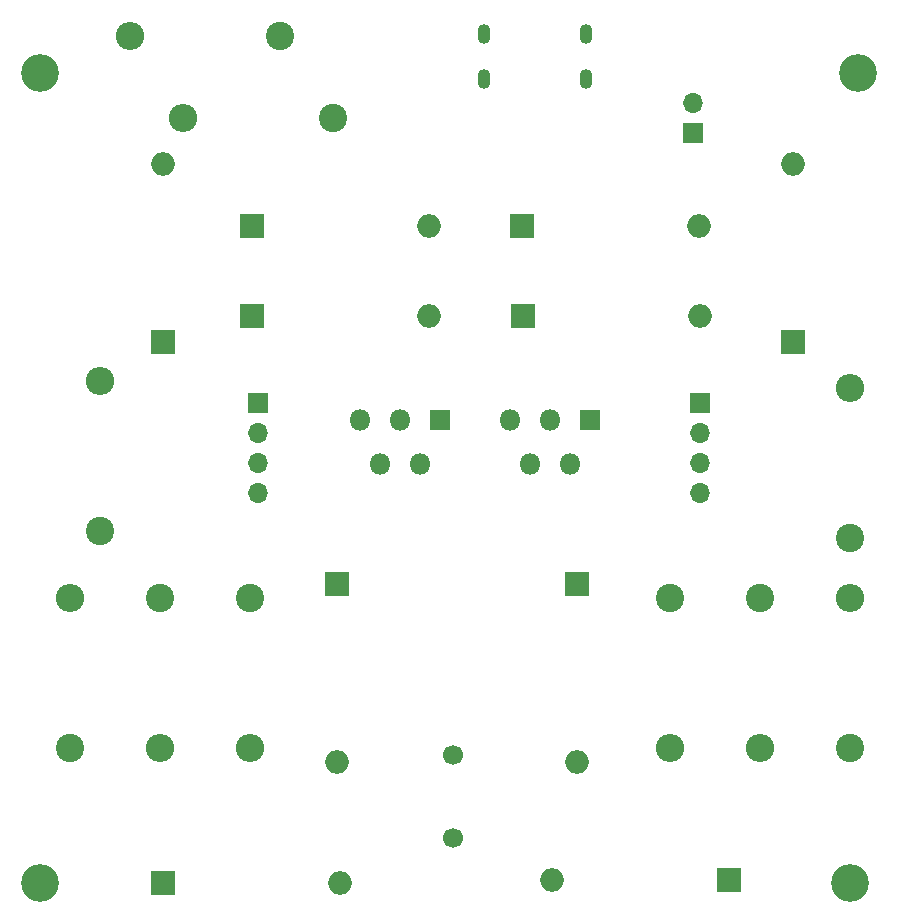
<source format=gbr>
%TF.GenerationSoftware,KiCad,Pcbnew,7.0.11-2.fc39*%
%TF.CreationDate,2024-04-27T19:47:06+02:00*%
%TF.ProjectId,tda2050-devboard,74646132-3035-4302-9d64-6576626f6172,rev?*%
%TF.SameCoordinates,Original*%
%TF.FileFunction,Soldermask,Bot*%
%TF.FilePolarity,Negative*%
%FSLAX46Y46*%
G04 Gerber Fmt 4.6, Leading zero omitted, Abs format (unit mm)*
G04 Created by KiCad (PCBNEW 7.0.11-2.fc39) date 2024-04-27 19:47:06*
%MOMM*%
%LPD*%
G01*
G04 APERTURE LIST*
%ADD10O,1.100000X1.700000*%
%ADD11C,3.200000*%
%ADD12O,1.800000X1.800000*%
%ADD13R,1.800000X1.800000*%
%ADD14C,2.400000*%
%ADD15O,2.400000X2.400000*%
%ADD16C,1.700000*%
%ADD17R,1.700000X1.700000*%
%ADD18O,1.700000X1.700000*%
%ADD19O,2.000000X2.000000*%
%ADD20R,2.000000X2.000000*%
G04 APERTURE END LIST*
D10*
%TO.C,J5*%
X162435000Y-65865000D03*
X162435000Y-62065000D03*
X153795000Y-65865000D03*
X153795000Y-62065000D03*
%TD*%
D11*
%TO.C,H4*%
X184785000Y-133985000D03*
%TD*%
%TO.C,H3*%
X185420000Y-65405000D03*
%TD*%
%TO.C,H2*%
X116205000Y-65405000D03*
%TD*%
%TO.C,H1*%
X116205000Y-133985000D03*
%TD*%
D12*
%TO.C,U2*%
X155985000Y-94775000D03*
X157685000Y-98475000D03*
X159385000Y-94775000D03*
X161085000Y-98475000D03*
D13*
X162785000Y-94775000D03*
%TD*%
D12*
%TO.C,U1*%
X143285000Y-94775000D03*
X144985000Y-98475000D03*
X146685000Y-94775000D03*
X148385000Y-98475000D03*
D13*
X150085000Y-94775000D03*
%TD*%
D14*
%TO.C,R10-22k*%
X140970000Y-69215000D03*
D15*
X128270000Y-69215000D03*
%TD*%
D14*
%TO.C,R9-22k*%
X136525000Y-62230000D03*
D15*
X123825000Y-62230000D03*
%TD*%
D14*
%TO.C,R8-2.2*%
X184785000Y-104775000D03*
D15*
X184785000Y-92075000D03*
%TD*%
%TO.C,R7-22k*%
X184785000Y-109855000D03*
D14*
X184785000Y-122555000D03*
%TD*%
D15*
%TO.C,R6-680*%
X177165000Y-122555000D03*
D14*
X177165000Y-109855000D03*
%TD*%
D15*
%TO.C,R5-22k*%
X169545000Y-122555000D03*
D14*
X169545000Y-109855000D03*
%TD*%
%TO.C,R4-22k*%
X133985000Y-109855000D03*
D15*
X133985000Y-122555000D03*
%TD*%
D14*
%TO.C,R3-680*%
X126365000Y-109855000D03*
D15*
X126365000Y-122555000D03*
%TD*%
%TO.C,R2-22k*%
X118745000Y-109855000D03*
D14*
X118745000Y-122555000D03*
%TD*%
%TO.C,R1-2.2*%
X121285000Y-104140000D03*
D15*
X121285000Y-91440000D03*
%TD*%
D16*
%TO.C,J4*%
X151130000Y-130135000D03*
X151130000Y-123135000D03*
%TD*%
D17*
%TO.C,J3*%
X172085000Y-93345000D03*
D18*
X172085000Y-95885000D03*
X172085000Y-98425000D03*
X172085000Y-100965000D03*
%TD*%
%TO.C,J2*%
X171450000Y-67945000D03*
D17*
X171450000Y-70485000D03*
%TD*%
%TO.C,J1*%
X134620000Y-93345000D03*
D18*
X134620000Y-95885000D03*
X134620000Y-98425000D03*
X134620000Y-100965000D03*
%TD*%
D19*
%TO.C,C14-0.47u*%
X179947500Y-73145000D03*
D20*
X179947500Y-88145000D03*
%TD*%
D19*
%TO.C,C9-22u*%
X159505000Y-133742500D03*
D20*
X174505000Y-133742500D03*
%TD*%
%TO.C,C8-100n*%
X134105000Y-85967500D03*
D19*
X149105000Y-85967500D03*
%TD*%
%TO.C,C7-0.47u*%
X126607500Y-73145000D03*
D20*
X126607500Y-88145000D03*
%TD*%
%TO.C,C6-1u*%
X161682500Y-108705000D03*
D19*
X161682500Y-123705000D03*
%TD*%
D20*
%TO.C,C5-220u*%
X134105000Y-78347500D03*
D19*
X149105000Y-78347500D03*
%TD*%
%TO.C,C4-22u*%
X141605000Y-133985000D03*
D20*
X126605000Y-133985000D03*
%TD*%
D19*
%TO.C,C3-1u*%
X141362500Y-123705000D03*
D20*
X141362500Y-108705000D03*
%TD*%
%TO.C,C2-100n*%
X156965000Y-78347500D03*
D19*
X171965000Y-78347500D03*
%TD*%
%TO.C,C1-220u*%
X172085000Y-85967500D03*
D20*
X157085000Y-85967500D03*
%TD*%
M02*

</source>
